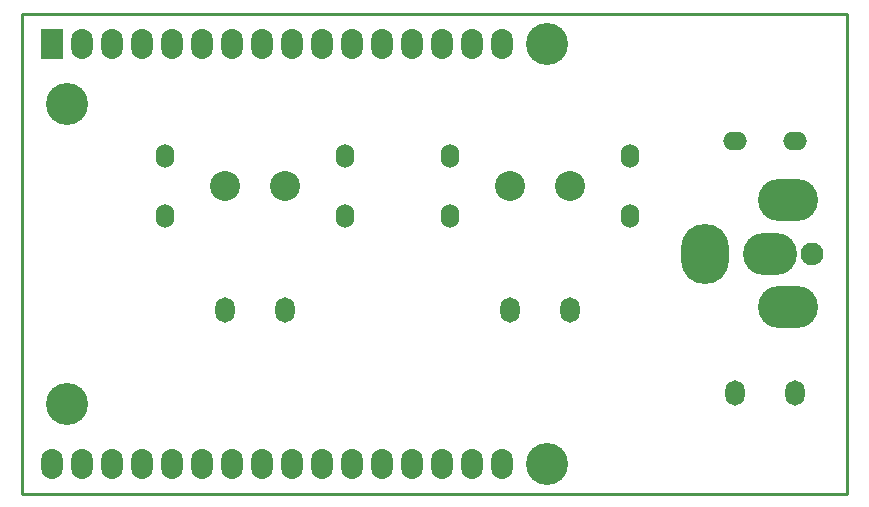
<source format=gts>
G04 #@! TF.GenerationSoftware,KiCad,Pcbnew,no-vcs-found-6223534~58~ubuntu16.04.1*
G04 #@! TF.CreationDate,2017-03-08T14:08:53-05:00*
G04 #@! TF.ProjectId,h_bridge_controller_3x2,685F6272696467655F636F6E74726F6C,1.0*
G04 #@! TF.FileFunction,Soldermask,Top*
G04 #@! TF.FilePolarity,Negative*
%FSLAX46Y46*%
G04 Gerber Fmt 4.6, Leading zero omitted, Abs format (unit mm)*
G04 Created by KiCad (PCBNEW no-vcs-found-6223534~58~ubuntu16.04.1) date Wed Mar  8 14:08:53 2017*
%MOMM*%
%LPD*%
G01*
G04 APERTURE LIST*
%ADD10C,0.100000*%
%ADD11C,0.228600*%
%ADD12O,1.854200X2.540000*%
%ADD13R,1.854200X2.540000*%
%ADD14C,3.556000*%
%ADD15O,2.032000X1.524000*%
%ADD16O,1.524000X2.032000*%
%ADD17C,1.930400*%
%ADD18O,4.572000X3.556000*%
%ADD19O,4.064000X5.080000*%
%ADD20O,5.080000X3.556000*%
%ADD21O,1.651000X2.159000*%
%ADD22C,2.540000*%
G04 APERTURE END LIST*
D10*
D11*
X155575000Y-68580000D02*
X85725000Y-68580000D01*
X155575000Y-109220000D02*
X155575000Y-68580000D01*
X85725000Y-109220000D02*
X155575000Y-109220000D01*
X85725000Y-68580000D02*
X85725000Y-109220000D01*
D12*
X90805000Y-71120000D03*
X93345000Y-71120000D03*
D13*
X88265000Y-71120000D03*
D12*
X95885000Y-71120000D03*
X98425000Y-71120000D03*
X100965000Y-71120000D03*
X103505000Y-71120000D03*
X106045000Y-71120000D03*
X108585000Y-71120000D03*
X111125000Y-71120000D03*
X113665000Y-71120000D03*
X116205000Y-71120000D03*
X118745000Y-71120000D03*
X121285000Y-71120000D03*
X123825000Y-71120000D03*
X126365000Y-71120000D03*
X126365000Y-106680000D03*
X123825000Y-106680000D03*
X121285000Y-106680000D03*
X118745000Y-106680000D03*
X116205000Y-106680000D03*
X113665000Y-106680000D03*
X111125000Y-106680000D03*
X108585000Y-106680000D03*
X106045000Y-106680000D03*
X103505000Y-106680000D03*
X100965000Y-106680000D03*
X98425000Y-106680000D03*
X95885000Y-106680000D03*
X93345000Y-106680000D03*
X90805000Y-106680000D03*
X88265000Y-106680000D03*
D14*
X89535000Y-76200000D03*
X89535000Y-101600000D03*
X130175000Y-106680000D03*
X130175000Y-71120000D03*
D15*
X146050000Y-79375000D03*
X151130000Y-79375000D03*
D16*
X97790000Y-80645000D03*
X97790000Y-85725000D03*
X113030000Y-85725000D03*
X113030000Y-80645000D03*
X121920000Y-80645000D03*
X121920000Y-85725000D03*
D17*
X152577800Y-88900000D03*
D18*
X149072600Y-88900000D03*
D19*
X143586200Y-88900000D03*
D20*
X150571200Y-84404200D03*
X150571200Y-93395800D03*
D21*
X146050000Y-100685600D03*
X151130000Y-100685600D03*
D22*
X102870000Y-83185000D03*
X107950000Y-83185000D03*
X132080000Y-83185000D03*
X127000000Y-83185000D03*
D16*
X137160000Y-80645000D03*
X137160000Y-85725000D03*
D21*
X102870000Y-93700600D03*
X107950000Y-93700600D03*
X132080000Y-93700600D03*
X127000000Y-93700600D03*
M02*

</source>
